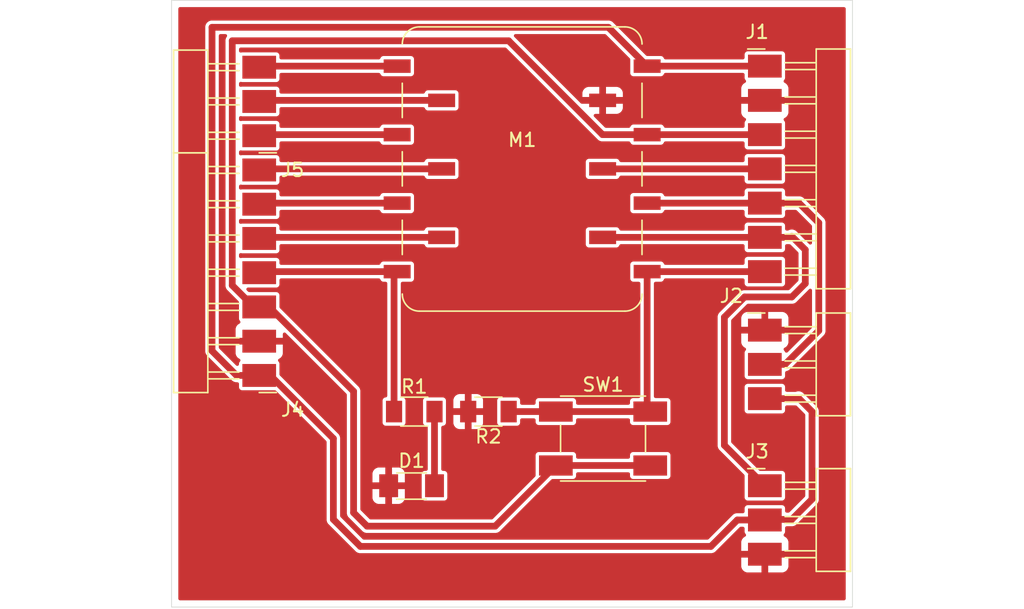
<source format=kicad_pcb>
(kicad_pcb (version 20241229) (generator "pcbnew") (generator_version "9.0")
  (layers (0 "F.Cu" signal) (2 "B.Cu" signal) (13 "F.Paste" user) (15 "B.Paste" user) (5 "F.SilkS" user "F.Silkscreen") (7 "B.SilkS" user "B.Silkscreen") (1 "F.Mask" user) (3 "B.Mask" user) (25 "Edge.Cuts" user))
  (net 0 "")
  (net 1 "PWR_GND")
  (net 2 "Net-(D1-A)")
  (net 3 "PWR_5V")
  (net 4 "/D10")
  (net 5 "PWR_3V3")
  (net 6 "/D8")
  (net 7 "/D9")
  (net 8 "/D7")
  (net 9 "/D6")
  (net 10 "/SDA")
  (net 11 "/SCL")
  (net 12 "/D3")
  (net 13 "/D0")
  (net 14 "/D2")
  (net 15 "/D1")
  (footprint "PCM_fab:Button_Omron_B3SN_6.0x6.0mm" (layer "F.Cu") (at 154.5 119.5)
    (property "Reference" "SW1" (at 0 -4 0) (layer "F.SilkS"))
    (property "Value" "Switch_Tactile_Omron")
    (fp_line (start -3.15 -3.15) (end 3.15 -3.15) (stroke (width 0.12)) (layer "F.SilkS"))
    (fp_line (start -3.15 1) (end -3.15 -1) (stroke (width 0.12)) (layer "F.SilkS"))
    (fp_line (start 3.15 -1) (end 3.15 1) (stroke (width 0.12)) (layer "F.SilkS"))
    (fp_line (start 3.15 3.15) (end -3.15 3.15) (stroke (width 0.12)) (layer "F.SilkS"))
    (pad "1" smd rect (at -3.5 -2) (size 2.5 1.5) (layers "F.Cu" "F.Mask" "F.Paste") (net 8 "/D7"))
    (pad "1" smd rect (at 3.5 -2) (size 2.5 1.5) (layers "F.Cu" "F.Mask" "F.Paste") (net 8 "/D7"))
    (pad "2" smd rect (at -3.5 2) (size 2.5 1.5) (layers "F.Cu" "F.Mask" "F.Paste") (net 5 "PWR_3V3"))
    (pad "2" smd rect (at 3.5 2) (size 2.5 1.5) (layers "F.Cu" "F.Mask" "F.Paste") (net 5 "PWR_3V3"))
  )
  (footprint "PCM_fab:Module_XIAO_Generic_SocketSMD" (layer "F.Cu") (at 148.5 99.5)
    (property "Reference" "M1" (at 0.0025 -2.149 0) (layer "F.SilkS"))
    (property "Value" "Module_XIAO_Generic_SocketSMD")
    (fp_line (start -8.89 -6.35) (end -8.89 -3.81) (stroke (width 0.12)) (layer "F.SilkS"))
    (fp_line (start -8.89 -1.27) (end -8.89 1.27) (stroke (width 0.12)) (layer "F.SilkS"))
    (fp_line (start -8.89 3.81) (end -8.89 6.35) (stroke (width 0.12)) (layer "F.SilkS"))
    (fp_line (start -7.6175 -10.531) (end 7.6225 -10.531) (stroke (width 0.12)) (layer "F.SilkS"))
    (fp_line (start 7.6225 10.551) (end -7.6175 10.551) (stroke (width 0.12)) (layer "F.SilkS"))
    (fp_line (start 8.89 -6.35) (end 8.89 -3.81) (stroke (width 0.12)) (layer "F.SilkS"))
    (fp_line (start 8.89 -1.27) (end 8.89 1.27) (stroke (width 0.12)) (layer "F.SilkS"))
    (fp_line (start 8.89 3.81) (end 8.89 6.35) (stroke (width 0.12)) (layer "F.SilkS"))
    (fp_arc (start -8.8875 -9.261) (mid -8.515526 -10.159026) (end -7.6175 -10.531) (stroke (width 0.12)) (layer "F.SilkS"))
    (fp_arc (start -7.6175 10.551) (mid -8.515526 10.179026) (end -8.8875 9.281) (stroke (width 0.12)) (layer "F.SilkS"))
    (fp_arc (start 7.6225 -10.531) (mid 8.520526 -10.159026) (end 8.8925 -9.261) (stroke (width 0.12)) (layer "F.SilkS"))
    (fp_arc (start 8.8925 9.281) (mid 8.520526 10.179026) (end 7.6225 10.551) (stroke (width 0.12)) (layer "F.SilkS"))
    (pad "1" smd rect (at -9.27 -7.62) (size 2 1) (layers "F.Cu" "F.Mask" "F.Paste") (net 13 "/D0"))
    (pad "2" smd rect (at -5.97 -5.08) (size 2 1) (layers "F.Cu" "F.Mask" "F.Paste") (net 15 "/D1"))
    (pad "3" smd rect (at -9.27 -2.54) (size 2 1) (layers "F.Cu" "F.Mask" "F.Paste") (net 14 "/D2"))
    (pad "4" smd rect (at -5.97 0) (size 2 1) (layers "F.Cu" "F.Mask" "F.Paste") (net 12 "/D3"))
    (pad "5" smd rect (at -9.27 2.54) (size 2 1) (layers "F.Cu" "F.Mask" "F.Paste") (net 10 "/SDA"))
    (pad "6" smd rect (at -5.97 5.08) (size 2 1) (layers "F.Cu" "F.Mask" "F.Paste") (net 11 "/SCL"))
    (pad "7" smd rect (at -9.27 7.62) (size 2 1) (layers "F.Cu" "F.Mask" "F.Paste") (net 9 "/D6"))
    (pad "8" smd rect (at 9.27 7.62) (size 2 1) (layers "F.Cu" "F.Mask" "F.Paste") (net 8 "/D7"))
    (pad "9" smd rect (at 5.97 5.08) (size 2 1) (layers "F.Cu" "F.Mask" "F.Paste") (net 6 "/D8"))
    (pad "10" smd rect (at 9.27 2.54) (size 2 1) (layers "F.Cu" "F.Mask" "F.Paste") (net 7 "/D9"))
    (pad "11" smd rect (at 5.97 0) (size 2 1) (layers "F.Cu" "F.Mask" "F.Paste") (net 4 "/D10"))
    (pad "12" smd rect (at 9.27 -2.54) (size 2 1) (layers "F.Cu" "F.Mask" "F.Paste") (net 5 "PWR_3V3"))
    (pad "13" smd rect (at 5.97 -5.08) (size 2 1) (layers "F.Cu" "F.Mask" "F.Paste") (net 1 "PWR_GND"))
    (pad "14" smd rect (at 9.27 -7.62) (size 2 1) (layers "F.Cu" "F.Mask" "F.Paste") (net 3 "PWR_5V"))
  )
  (footprint "PCM_fab:PinHeader_01x03_P2.54mm_Horizontal_SMD" (layer "F.Cu") (at 166.5 123)
    (property "Reference" "J3" (at -1.524 -2.54 180) (layer "F.SilkS") (effects (justify left)))
    (property "Value" "PinHeader_01x03_P2.54mm_Horizontal_SMD")
    (fp_line (start -1.27 -1.27) (end 0 -1.27) (stroke (width 0.12)) (layer "F.SilkS"))
    (fp_line (start 3.81 -1.27) (end 6.35 -1.27) (stroke (width 0.12)) (layer "F.SilkS"))
    (fp_line (start 3.81 -0.254) (end 1.5 -0.254) (stroke (width 0.12)) (layer "F.SilkS"))
    (fp_line (start 3.81 0.254) (end 1.5 0.254) (stroke (width 0.12)) (layer "F.SilkS"))
    (fp_line (start 3.81 2.286) (end 1.5 2.286) (stroke (width 0.12)) (layer "F.SilkS"))
    (fp_line (start 3.81 2.794) (end 1.5 2.794) (stroke (width 0.12)) (layer "F.SilkS"))
    (fp_line (start 3.81 4.826) (end 1.5 4.826) (stroke (width 0.12)) (layer "F.SilkS"))
    (fp_line (start 3.81 5.334) (end 1.5 5.334) (stroke (width 0.12)) (layer "F.SilkS"))
    (fp_line (start 3.81 6.35) (end 3.81 -1.27) (stroke (width 0.12)) (layer "F.SilkS"))
    (fp_line (start 6.35 -1.27) (end 6.35 6.35) (stroke (width 0.12)) (layer "F.SilkS"))
    (fp_line (start 6.35 6.35) (end 3.81 6.35) (stroke (width 0.12)) (layer "F.SilkS"))
    (pad "1" smd rect (at 0 0) (size 2.5 1.7) (layers "F.Cu" "F.Mask" "F.Paste") (net 6 "/D8"))
    (pad "2" smd rect (at 0 2.54) (size 2.5 1.7) (layers "F.Cu" "F.Mask" "F.Paste") (net 3 "PWR_5V"))
    (pad "3" smd rect (at 0 5.08) (size 2.5 1.7) (layers "F.Cu" "F.Mask" "F.Paste") (net 1 "PWR_GND"))
  )
  (footprint "PCM_fab:R_1206" (layer "F.Cu") (at 146 117.5 180)
    (property "Reference" "R2" (at 0 -1.85 0) (layer "F.SilkS"))
    (property "Value" "R_1206")
    (fp_line (start 1 1.07) (end -1 1.07) (stroke (width 0.12)) (layer "F.SilkS"))
    (fp_line (start -1 -1.07) (end 1 -1.07) (stroke (width 0.12)) (layer "F.SilkS"))
    (pad "1" smd rect (at -1.5 0 180) (size 1.2 1.6) (layers "F.Cu" "F.Mask" "F.Paste") (net 8 "/D7"))
    (pad "2" smd rect (at 1.5 0 180) (size 1.2 1.6) (layers "F.Cu" "F.Mask" "F.Paste") (net 1 "PWR_GND"))
  )
  (footprint "PCM_fab:PinHeader_01x07_P2.54mm_Horizontal_SMD" (layer "F.Cu") (at 129 114.82 180)
    (property "Reference" "J4" (at -1.524 -2.54 0) (layer "F.SilkS") (effects (justify left)))
    (property "Value" "PinHeader_01x07_P2.54mm_Horizontal_SMD")
    (fp_line (start 6.35 16.51) (end 3.81 16.51) (stroke (width 0.12)) (layer "F.SilkS"))
    (fp_line (start 6.35 -1.27) (end 6.35 16.51) (stroke (width 0.12)) (layer "F.SilkS"))
    (fp_line (start 3.81 16.51) (end 3.81 -1.27) (stroke (width 0.12)) (layer "F.SilkS"))
    (fp_line (start 3.81 15.494) (end 1.5 15.494) (stroke (width 0.12)) (layer "F.SilkS"))
    (fp_line (start 3.81 14.986) (end 1.5 14.986) (stroke (width 0.12)) (layer "F.SilkS"))
    (fp_line (start 3.81 12.954) (end 1.5 12.954) (stroke (width 0.12)) (layer "F.SilkS"))
    (fp_line (start 3.81 12.446) (end 1.5 12.446) (stroke (width 0.12)) (layer "F.SilkS"))
    (fp_line (start 3.81 10.414) (end 1.5 10.414) (stroke (width 0.12)) (layer "F.SilkS"))
    (fp_line (start 3.81 9.906) (end 1.5 9.906) (stroke (width 0.12)) (layer "F.SilkS"))
    (fp_line (start 3.81 7.874) (end 1.5 7.874) (stroke (width 0.12)) (layer "F.SilkS"))
    (fp_line (start 3.81 7.366) (end 1.5 7.366) (stroke (width 0.12)) (layer "F.SilkS"))
    (fp_line (start 3.81 5.334) (end 1.5 5.334) (stroke (width 0.12)) (layer "F.SilkS"))
    (fp_line (start 3.81 4.826) (end 1.5 4.826) (stroke (width 0.12)) (layer "F.SilkS"))
    (fp_line (start 3.81 2.794) (end 1.5 2.794) (stroke (width 0.12)) (layer "F.SilkS"))
    (fp_line (start 3.81 2.286) (end 1.5 2.286) (stroke (width 0.12)) (layer "F.SilkS"))
    (fp_line (start 3.81 0.254) (end 1.5 0.254) (stroke (width 0.12)) (layer "F.SilkS"))
    (fp_line (start 3.81 -0.254) (end 1.5 -0.254) (stroke (width 0.12)) (layer "F.SilkS"))
    (fp_line (start 3.81 -1.27) (end 6.35 -1.27) (stroke (width 0.12)) (layer "F.SilkS"))
    (fp_line (start -1.27 -1.27) (end 0 -1.27) (stroke (width 0.12)) (layer "F.SilkS"))
    (pad "1" smd rect (at 0 0 180) (size 2.5 1.7) (layers "F.Cu" "F.Mask" "F.Paste") (net 3 "PWR_5V"))
    (pad "2" smd rect (at 0 2.54 180) (size 2.5 1.7) (layers "F.Cu" "F.Mask" "F.Paste") (net 1 "PWR_GND"))
    (pad "3" smd rect (at 0 5.08 180) (size 2.5 1.7) (layers "F.Cu" "F.Mask" "F.Paste") (net 5 "PWR_3V3"))
    (pad "4" smd rect (at 0 7.62 180) (size 2.5 1.7) (layers "F.Cu" "F.Mask" "F.Paste") (net 9 "/D6"))
    (pad "5" smd rect (at 0 10.16 180) (size 2.5 1.7) (layers "F.Cu" "F.Mask" "F.Paste") (net 11 "/SCL"))
    (pad "6" smd rect (at 0 12.7 180) (size 2.5 1.7) (layers "F.Cu" "F.Mask" "F.Paste") (net 10 "/SDA"))
    (pad "7" smd rect (at 0 15.24 180) (size 2.5 1.7) (layers "F.Cu" "F.Mask" "F.Paste") (net 12 "/D3"))
  )
  (footprint "PCM_fab:LED_1206" (layer "F.Cu") (at 140.3 123)
    (property "Reference" "D1" (at 0 -1.85 0) (layer "F.SilkS"))
    (property "Value" "LED_1206")
    (fp_line (start -1.1 -0.95) (end 1.1 -0.95) (stroke (width 0.12)) (layer "F.SilkS"))
    (fp_line (start -1.1 1) (end 1.1 1) (stroke (width 0.12)) (layer "F.SilkS"))
    (pad "1" smd rect (at -1.7 0) (size 1.4 1.7) (layers "F.Cu" "F.Mask" "F.Paste") (net 1 "PWR_GND"))
    (pad "2" smd rect (at 1.7 0) (size 1.4 1.7) (layers "F.Cu" "F.Mask" "F.Paste") (net 2 "Net-(D1-A)"))
  )
  (footprint "PCM_fab:PinHeader_01x03_P2.54mm_Horizontal_SMD" (layer "F.Cu") (at 166.5 111.46)
    (property "Reference" "J2" (at -1.524 -2.54 0) (layer "F.SilkS") (effects (justify right)))
    (property "Value" "PinHeader_01x03_P2.54mm_Horizontal_SMD")
    (fp_line (start -1.27 -1.27) (end 0 -1.27) (stroke (width 0.12)) (layer "F.SilkS"))
    (fp_line (start 3.81 -1.27) (end 6.35 -1.27) (stroke (width 0.12)) (layer "F.SilkS"))
    (fp_line (start 3.81 -0.254) (end 1.5 -0.254) (stroke (width 0.12)) (layer "F.SilkS"))
    (fp_line (start 3.81 0.254) (end 1.5 0.254) (stroke (width 0.12)) (layer "F.SilkS"))
    (fp_line (start 3.81 2.286) (end 1.5 2.286) (stroke (width 0.12)) (layer "F.SilkS"))
    (fp_line (start 3.81 2.794) (end 1.5 2.794) (stroke (width 0.12)) (layer "F.SilkS"))
    (fp_line (start 3.81 4.826) (end 1.5 4.826) (stroke (width 0.12)) (layer "F.SilkS"))
    (fp_line (start 3.81 5.334) (end 1.5 5.334) (stroke (width 0.12)) (layer "F.SilkS"))
    (fp_line (start 3.81 6.35) (end 3.81 -1.27) (stroke (width 0.12)) (layer "F.SilkS"))
    (fp_line (start 6.35 -1.27) (end 6.35 6.35) (stroke (width 0.12)) (layer "F.SilkS"))
    (fp_line (start 6.35 6.35) (end 3.81 6.35) (stroke (width 0.12)) (layer "F.SilkS"))
    (pad "1" smd rect (at 0 0) (size 2.5 1.7) (layers "F.Cu" "F.Mask" "F.Paste") (net 1 "PWR_GND"))
    (pad "2" smd rect (at 0 2.54) (size 2.5 1.7) (layers "F.Cu" "F.Mask" "F.Paste") (net 7 "/D9"))
    (pad "3" smd rect (at 0 5.08) (size 2.5 1.7) (layers "F.Cu" "F.Mask" "F.Paste") (net 3 "PWR_5V"))
  )
  (footprint "PCM_fab:PinHeader_01x07_P2.54mm_Horizontal_SMD" (layer "F.Cu") (at 166.5 91.88)
    (property "Reference" "J1" (at -1.524 -2.54 180) (layer "F.SilkS") (effects (justify left)))
    (property "Value" "PinHeader_01x07_P2.54mm_Horizontal_SMD")
    (fp_line (start -1.27 -1.27) (end 0 -1.27) (stroke (width 0.12)) (layer "F.SilkS"))
    (fp_line (start 3.81 -1.27) (end 6.35 -1.27) (stroke (width 0.12)) (layer "F.SilkS"))
    (fp_line (start 3.81 -0.254) (end 1.5 -0.254) (stroke (width 0.12)) (layer "F.SilkS"))
    (fp_line (start 3.81 0.254) (end 1.5 0.254) (stroke (width 0.12)) (layer "F.SilkS"))
    (fp_line (start 3.81 2.286) (end 1.5 2.286) (stroke (width 0.12)) (layer "F.SilkS"))
    (fp_line (start 3.81 2.794) (end 1.5 2.794) (stroke (width 0.12)) (layer "F.SilkS"))
    (fp_line (start 3.81 4.826) (end 1.5 4.826) (stroke (width 0.12)) (layer "F.SilkS"))
    (fp_line (start 3.81 5.334) (end 1.5 5.334) (stroke (width 0.12)) (layer "F.SilkS"))
    (fp_line (start 3.81 7.366) (end 1.5 7.366) (stroke (width 0.12)) (layer "F.SilkS"))
    (fp_line (start 3.81 7.874) (end 1.5 7.874) (stroke (width 0.12)) (layer "F.SilkS"))
    (fp_line (start 3.81 9.906) (end 1.5 9.906) (stroke (width 0.12)) (layer "F.SilkS"))
    (fp_line (start 3.81 10.414) (end 1.5 10.414) (stroke (width 0.12)) (layer "F.SilkS"))
    (fp_line (start 3.81 12.446) (end 1.5 12.446) (stroke (width 0.12)) (layer "F.SilkS"))
    (fp_line (start 3.81 12.954) (end 1.5 12.954) (stroke (width 0.12)) (layer "F.SilkS"))
    (fp_line (start 3.81 14.986) (end 1.5 14.986) (stroke (width 0.12)) (layer "F.SilkS"))
    (fp_line (start 3.81 15.494) (end 1.5 15.494) (stroke (width 0.12)) (layer "F.SilkS"))
    (fp_line (start 3.81 16.51) (end 3.81 -1.27) (stroke (width 0.12)) (layer "F.SilkS"))
    (fp_line (start 6.35 -1.27) (end 6.35 16.51) (stroke (width 0.12)) (layer "F.SilkS"))
    (fp_line (start 6.35 16.51) (end 3.81 16.51) (stroke (width 0.12)) (layer "F.SilkS"))
    (pad "1" smd rect (at 0 0) (size 2.5 1.7) (layers "F.Cu" "F.Mask" "F.Paste") (net 3 "PWR_5V"))
    (pad "2" smd rect (at 0 2.54) (size 2.5 1.7) (layers "F.Cu" "F.Mask" "F.Paste") (net 1 "PWR_GND"))
    (pad "3" smd rect (at 0 5.08) (size 2.5 1.7) (layers "F.Cu" "F.Mask" "F.Paste") (net 5 "PWR_3V3"))
    (pad "4" smd rect (at 0 7.62) (size 2.5 1.7) (layers "F.Cu" "F.Mask" "F.Paste") (net 4 "/D10"))
    (pad "5" smd rect (at 0 10.16) (size 2.5 1.7) (layers "F.Cu" "F.Mask" "F.Paste") (net 7 "/D9"))
    (pad "6" smd rect (at 0 12.7) (size 2.5 1.7) (layers "F.Cu" "F.Mask" "F.Paste") (net 6 "/D8"))
    (pad "7" smd rect (at 0 15.24) (size 2.5 1.7) (layers "F.Cu" "F.Mask" "F.Paste") (net 8 "/D7"))
  )
  (footprint "PCM_fab:R_1206" (layer "F.Cu") (at 140.5 117.5)
    (property "Reference" "R1" (at 0 -1.85 0) (layer "F.SilkS"))
    (property "Value" "R_1206")
    (fp_line (start -1 -1.07) (end 1 -1.07) (stroke (width 0.12)) (layer "F.SilkS"))
    (fp_line (start 1 1.07) (end -1 1.07) (stroke (width 0.12)) (layer "F.SilkS"))
    (pad "1" smd rect (at -1.5 0) (size 1.2 1.6) (layers "F.Cu" "F.Mask" "F.Paste") (net 9 "/D6"))
    (pad "2" smd rect (at 1.5 0) (size 1.2 1.6) (layers "F.Cu" "F.Mask" "F.Paste") (net 2 "Net-(D1-A)"))
  )
  (footprint "PCM_fab:PinHeader_01x03_P2.54mm_Horizontal_SMD" (layer "F.Cu") (at 129 97.04 180)
    (property "Reference" "J5" (at -1.524 -2.54 0) (layer "F.SilkS") (effects (justify left)))
    (property "Value" "PinHeader_01x03_P2.54mm_Horizontal_SMD")
    (fp_line (start 6.35 6.35) (end 3.81 6.35) (stroke (width 0.12)) (layer "F.SilkS"))
    (fp_line (start 6.35 -1.27) (end 6.35 6.35) (stroke (width 0.12)) (layer "F.SilkS"))
    (fp_line (start 3.81 6.35) (end 3.81 -1.27) (stroke (width 0.12)) (layer "F.SilkS"))
    (fp_line (start 3.81 5.334) (end 1.5 5.334) (stroke (width 0.12)) (layer "F.SilkS"))
    (fp_line (start 3.81 4.826) (end 1.5 4.826) (stroke (width 0.12)) (layer "F.SilkS"))
    (fp_line (start 3.81 2.794) (end 1.5 2.794) (stroke (width 0.12)) (layer "F.SilkS"))
    (fp_line (start 3.81 2.286) (end 1.5 2.286) (stroke (width 0.12)) (layer "F.SilkS"))
    (fp_line (start 3.81 0.254) (end 1.5 0.254) (stroke (width 0.12)) (layer "F.SilkS"))
    (fp_line (start 3.81 -0.254) (end 1.5 -0.254) (stroke (width 0.12)) (layer "F.SilkS"))
    (fp_line (start 3.81 -1.27) (end 6.35 -1.27) (stroke (width 0.12)) (layer "F.SilkS"))
    (fp_line (start -1.27 -1.27) (end 0 -1.27) (stroke (width 0.12)) (layer "F.SilkS"))
    (pad "1" smd rect (at 0 0 180) (size 2.5 1.7) (layers "F.Cu" "F.Mask" "F.Paste") (net 14 "/D2"))
    (pad "2" smd rect (at 0 2.54 180) (size 2.5 1.7) (layers "F.Cu" "F.Mask" "F.Paste") (net 15 "/D1"))
    (pad "3" smd rect (at 0 5.08 180) (size 2.5 1.7) (layers "F.Cu" "F.Mask" "F.Paste") (net 13 "/D0"))
  )
  (gr_rect (start 122.5 87) (end 173 132) (stroke (width 0.05)) (fill no) (layer "Edge.Cuts"))
  (segment (start 142 117.5) (end 142 123) (width 0.5) (layer "F.Cu") (net 2))
  (segment (start 168.96 116.54) (end 169 116.5) (width 0.5) (layer "F.Cu") (net 3))
  (segment (start 170 124) (end 168.5 125.5) (width 0.5) (layer "F.Cu") (net 3))
  (segment (start 164.46 125.54) (end 162.5 127.5) (width 0.5) (layer "F.Cu") (net 3))
  (segment (start 127.32 114.82) (end 125.5 113) (width 0.5) (layer "F.Cu") (net 3))
  (segment (start 129.82 114.82) (end 129 114.82) (width 0.5) (layer "F.Cu") (net 3))
  (segment (start 166.5 125.54) (end 164.46 125.54) (width 0.5) (layer "F.Cu") (net 3))
  (segment (start 166.5 91.88) (end 157.77 91.88) (width 0.5) (layer "F.Cu") (net 3))
  (segment (start 129 114.82) (end 127.32 114.82) (width 0.5) (layer "F.Cu") (net 3))
  (segment (start 169 116.5) (end 170 117.5) (width 0.5) (layer "F.Cu") (net 3))
  (segment (start 125.5 89) (end 125.5 113) (width 0.5) (layer "F.Cu") (net 3))
  (segment (start 166.5 116.54) (end 168.96 116.54) (width 0.5) (layer "F.Cu") (net 3))
  (segment (start 136.5 127.5) (end 134.5 125.5) (width 0.5) (layer "F.Cu") (net 3))
  (segment (start 134.5 125.5) (end 134.5 119.5) (width 0.5) (layer "F.Cu") (net 3))
  (segment (start 154.89 89) (end 125.5 89) (width 0.5) (layer "F.Cu") (net 3))
  (segment (start 168.5 125.5) (end 166.54 125.5) (width 0.5) (layer "F.Cu") (net 3))
  (segment (start 162.5 127.5) (end 136.5 127.5) (width 0.5) (layer "F.Cu") (net 3))
  (segment (start 170 117.5) (end 170 124) (width 0.5) (layer "F.Cu") (net 3))
  (segment (start 134.5 119.5) (end 129.82 114.82) (width 0.5) (layer "F.Cu") (net 3))
  (segment (start 157.77 91.88) (end 154.89 89) (width 0.5) (layer "F.Cu") (net 3))
  (segment (start 166.54 125.5) (end 166.5 125.54) (width 0.5) (layer "F.Cu") (net 3))
  (segment (start 166.5 99.5) (end 154.47 99.5) (width 0.5) (layer "F.Cu") (net 4))
  (segment (start 158 121.5) (end 151 121.5) (width 0.5) (layer "F.Cu") (net 5))
  (segment (start 154.46 96.96) (end 147.5 90) (width 0.5) (layer "F.Cu") (net 5))
  (segment (start 146.5 126) (end 151 121.5) (width 0.5) (layer "F.Cu") (net 5))
  (segment (start 127 108.14) (end 128.6 109.74) (width 0.5) (layer "F.Cu") (net 5))
  (segment (start 136 125) (end 137 126) (width 0.5) (layer "F.Cu") (net 5))
  (segment (start 157.77 96.96) (end 154.46 96.96) (width 0.5) (layer "F.Cu") (net 5))
  (segment (start 129 109.74) (end 129.74 109.74) (width 0.5) (layer "F.Cu") (net 5))
  (segment (start 136 116) (end 136 125) (width 0.5) (layer "F.Cu") (net 5))
  (segment (start 127 90) (end 127 108.14) (width 0.5) (layer "F.Cu") (net 5))
  (segment (start 147.5 90) (end 127 90) (width 0.5) (layer "F.Cu") (net 5))
  (segment (start 137 126) (end 146.5 126) (width 0.5) (layer "F.Cu") (net 5))
  (segment (start 166.5 96.96) (end 157.77 96.96) (width 0.5) (layer "F.Cu") (net 5))
  (segment (start 129.74 109.74) (end 136 116) (width 0.5) (layer "F.Cu") (net 5))
  (segment (start 128.6 109.74) (end 129 109.74) (width 0.5) (layer "F.Cu") (net 5))
  (segment (start 168.5 104.5) (end 169.5 105.5) (width 0.5) (layer "F.Cu") (net 6))
  (segment (start 163.5 120) (end 166.5 123) (width 0.5) (layer "F.Cu") (net 6))
  (segment (start 169.5 108) (end 168.5 109) (width 0.5) (layer "F.Cu") (net 6))
  (segment (start 163.5 110.5) (end 163.5 120) (width 0.5) (layer "F.Cu") (net 6))
  (segment (start 166.5 104.58) (end 168.42 104.58) (width 0.5) (layer "F.Cu") (net 6))
  (segment (start 165 109) (end 163.5 110.5) (width 0.5) (layer "F.Cu") (net 6))
  (segment (start 168.5 109) (end 165 109) (width 0.5) (layer "F.Cu") (net 6))
  (segment (start 168.42 104.58) (end 168.5 104.5) (width 0.5) (layer "F.Cu") (net 6))
  (segment (start 166.5 104.58) (end 154.47 104.58) (width 0.5) (layer "F.Cu") (net 6))
  (segment (start 169.5 105.5) (end 169.5 108) (width 0.5) (layer "F.Cu") (net 6))
  (segment (start 166.5 102.04) (end 169.04 102.04) (width 0.5) (layer "F.Cu") (net 7))
  (segment (start 166.5 102.04) (end 157.77 102.04) (width 0.5) (layer "F.Cu") (net 7))
  (segment (start 166.5 102.04) (end 166.54 102) (width 0.5) (layer "F.Cu") (net 7))
  (segment (start 168 114) (end 166.5 114) (width 0.5) (layer "F.Cu") (net 7))
  (segment (start 170.5 103.5) (end 170.5 111.5) (width 0.5) (layer "F.Cu") (net 7))
  (segment (start 169.04 102.04) (end 170.5 103.5) (width 0.5) (layer "F.Cu") (net 7))
  (segment (start 170.5 111.5) (end 168 114) (width 0.5) (layer "F.Cu") (net 7))
  (segment (start 157.77 117.27) (end 158 117.5) (width 0.5) (layer "F.Cu") (net 8))
  (segment (start 158 117.5) (end 151 117.5) (width 0.5) (layer "F.Cu") (net 8))
  (segment (start 151 117.5) (end 147.5 117.5) (width 0.5) (layer "F.Cu") (net 8))
  (segment (start 166.5 107.12) (end 157.77 107.12) (width 0.5) (layer "F.Cu") (net 8))
  (segment (start 157.77 107.12) (end 157.77 117.27) (width 0.5) (layer "F.Cu") (net 8))
  (segment (start 139.23 107.12) (end 129.08 107.12) (width 0.5) (layer "F.Cu") (net 9))
  (segment (start 139 107.35) (end 139.23 107.12) (width 0.5) (layer "F.Cu") (net 9))
  (segment (start 129.08 107.12) (end 129 107.2) (width 0.5) (layer "F.Cu") (net 9))
  (segment (start 139 117.5) (end 139 107.35) (width 0.5) (layer "F.Cu") (net 9))
  (segment (start 139.23 102.04) (end 129.08 102.04) (width 0.5) (layer "F.Cu") (net 10))
  (segment (start 129.08 102.04) (end 129 102.12) (width 0.5) (layer "F.Cu") (net 10))
  (segment (start 129.08 104.58) (end 129 104.66) (width 0.5) (layer "F.Cu") (net 11))
  (segment (start 142.53 104.58) (end 129.08 104.58) (width 0.5) (layer "F.Cu") (net 11))
  (segment (start 129.42 99.5) (end 129 99.92) (width 0.5) (layer "F.Cu") (net 12))
  (segment (start 142.53 99.5) (end 129.42 99.5) (width 0.5) (layer "F.Cu") (net 12))
  (segment (start 129.08 91.88) (end 129 91.96) (width 0.5) (layer "F.Cu") (net 13))
  (segment (start 139.23 91.88) (end 129.08 91.88) (width 0.5) (layer "F.Cu") (net 13))
  (segment (start 139.23 96.96) (end 129.08 96.96) (width 0.5) (layer "F.Cu") (net 14))
  (segment (start 129.08 96.96) (end 129 97.04) (width 0.5) (layer "F.Cu") (net 14))
  (segment (start 142.53 94.42) (end 129.08 94.42) (width 0.5) (layer "F.Cu") (net 15))
  (segment (start 129.08 94.42) (end 129 94.5) (width 0.5) (layer "F.Cu") (net 15))
  (zone (net 1) (net_name "PWR_GND") (layer "F.Cu") (priority 1) (connect_pads (clearance 0.25)) (min_thickness 0.25) (fill yes (thermal_gap 0.5) (thermal_bridge_width 0.5))
    (polygon (pts (xy 122.5 87) (xy 173 87) (xy 173 132) (xy 122.5 132)))
  )
)
</source>
